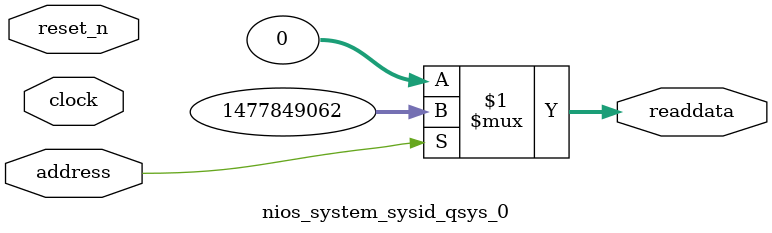
<source format=v>

`timescale 1ns / 1ps
// synthesis translate_on

// turn off superfluous verilog processor warnings 
// altera message_level Level1 
// altera message_off 10034 10035 10036 10037 10230 10240 10030 

module nios_system_sysid_qsys_0 (
               // inputs:
                address,
                clock,
                reset_n,

               // outputs:
                readdata
             )
;

  output  [ 31: 0] readdata;
  input            address;
  input            clock;
  input            reset_n;

  wire    [ 31: 0] readdata;
  //control_slave, which is an e_avalon_slave
  assign readdata = address ? 1477849062 : 0;

endmodule




</source>
